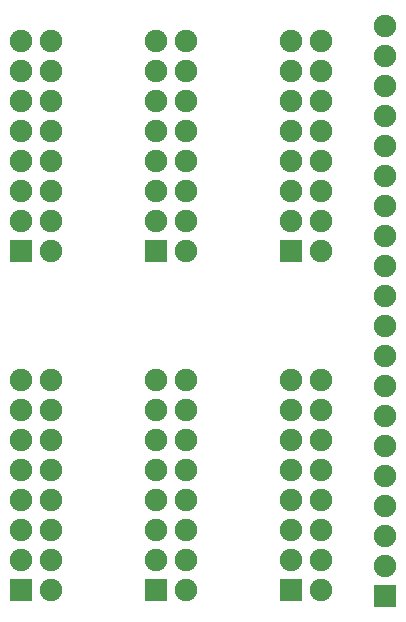
<source format=gts>
G04 Layer: TopSolderMaskLayer*
G04 EasyEDA v6.5.29, 2023-07-18 11:38:57*
G04 be89d959f12a418793a534216dc81482,5a6b42c53f6a479593ecc07194224c93,10*
G04 Gerber Generator version 0.2*
G04 Scale: 100 percent, Rotated: No, Reflected: No *
G04 Dimensions in millimeters *
G04 leading zeros omitted , absolute positions ,4 integer and 5 decimal *
%FSLAX45Y45*%
%MOMM*%

%AMMACRO1*1,1,$1,$2,$3*1,1,$1,$4,$5*1,1,$1,0-$2,0-$3*1,1,$1,0-$4,0-$5*20,1,$1,$2,$3,$4,$5,0*20,1,$1,$4,$5,0-$2,0-$3,0*20,1,$1,0-$2,0-$3,0-$4,0-$5,0*20,1,$1,0-$4,0-$5,$2,$3,0*4,1,4,$2,$3,$4,$5,0-$2,0-$3,0-$4,0-$5,$2,$3,0*%
%ADD10MACRO1,0.1016X0.9X-0.9X0.9X0.9*%
%ADD11C,1.9016*%
%ADD12MACRO1,0.1016X-0.9X-0.9X-0.9X0.9*%

%LPD*%
D10*
G01*
X774700Y9156700D03*
D11*
G01*
X1028700Y9156700D03*
G01*
X774700Y9410700D03*
G01*
X1028700Y9410700D03*
G01*
X774700Y9664700D03*
G01*
X1028700Y9664700D03*
G01*
X774700Y9918700D03*
G01*
X1028700Y9918700D03*
G01*
X774700Y10172700D03*
G01*
X1028700Y10172700D03*
G01*
X774700Y10426700D03*
G01*
X1028700Y10426700D03*
G01*
X774700Y10680700D03*
G01*
X1028700Y10680700D03*
G01*
X774700Y10934700D03*
G01*
X1028700Y10934700D03*
D10*
G01*
X774700Y6286500D03*
D11*
G01*
X1028700Y6286500D03*
G01*
X774700Y6540500D03*
G01*
X1028700Y6540500D03*
G01*
X774700Y6794500D03*
G01*
X1028700Y6794500D03*
G01*
X774700Y7048500D03*
G01*
X1028700Y7048500D03*
G01*
X774700Y7302500D03*
G01*
X1028700Y7302500D03*
G01*
X774700Y7556500D03*
G01*
X1028700Y7556500D03*
G01*
X774700Y7810500D03*
G01*
X1028700Y7810500D03*
G01*
X774700Y8064500D03*
G01*
X1028700Y8064500D03*
D10*
G01*
X1917700Y9156700D03*
D11*
G01*
X2171700Y9156700D03*
G01*
X1917700Y9410700D03*
G01*
X2171700Y9410700D03*
G01*
X1917700Y9664700D03*
G01*
X2171700Y9664700D03*
G01*
X1917700Y9918700D03*
G01*
X2171700Y9918700D03*
G01*
X1917700Y10172700D03*
G01*
X2171700Y10172700D03*
G01*
X1917700Y10426700D03*
G01*
X2171700Y10426700D03*
G01*
X1917700Y10680700D03*
G01*
X2171700Y10680700D03*
G01*
X1917700Y10934700D03*
G01*
X2171700Y10934700D03*
D10*
G01*
X3060700Y9156700D03*
D11*
G01*
X3314700Y9156700D03*
G01*
X3060700Y9410700D03*
G01*
X3314700Y9410700D03*
G01*
X3060700Y9664700D03*
G01*
X3314700Y9664700D03*
G01*
X3060700Y9918700D03*
G01*
X3314700Y9918700D03*
G01*
X3060700Y10172700D03*
G01*
X3314700Y10172700D03*
G01*
X3060700Y10426700D03*
G01*
X3314700Y10426700D03*
G01*
X3060700Y10680700D03*
G01*
X3314700Y10680700D03*
G01*
X3060700Y10934700D03*
G01*
X3314700Y10934700D03*
D10*
G01*
X1917700Y6286500D03*
D11*
G01*
X2171700Y6286500D03*
G01*
X1917700Y6540500D03*
G01*
X2171700Y6540500D03*
G01*
X1917700Y6794500D03*
G01*
X2171700Y6794500D03*
G01*
X1917700Y7048500D03*
G01*
X2171700Y7048500D03*
G01*
X1917700Y7302500D03*
G01*
X2171700Y7302500D03*
G01*
X1917700Y7556500D03*
G01*
X2171700Y7556500D03*
G01*
X1917700Y7810500D03*
G01*
X2171700Y7810500D03*
G01*
X1917700Y8064500D03*
G01*
X2171700Y8064500D03*
D10*
G01*
X3060700Y6286500D03*
D11*
G01*
X3314700Y6286500D03*
G01*
X3060700Y6540500D03*
G01*
X3314700Y6540500D03*
G01*
X3060700Y6794500D03*
G01*
X3314700Y6794500D03*
G01*
X3060700Y7048500D03*
G01*
X3314700Y7048500D03*
G01*
X3060700Y7302500D03*
G01*
X3314700Y7302500D03*
G01*
X3060700Y7556500D03*
G01*
X3314700Y7556500D03*
G01*
X3060700Y7810500D03*
G01*
X3314700Y7810500D03*
G01*
X3060700Y8064500D03*
G01*
X3314700Y8064500D03*
G01*
X3860774Y11061700D03*
D12*
G01*
X3860792Y6235700D03*
D11*
G01*
X3860774Y6489700D03*
G01*
X3860774Y6743700D03*
G01*
X3860774Y6997700D03*
G01*
X3860774Y7251700D03*
G01*
X3860774Y7505700D03*
G01*
X3860774Y7759700D03*
G01*
X3860774Y8013700D03*
G01*
X3860774Y8267700D03*
G01*
X3860774Y8521700D03*
G01*
X3860774Y8775700D03*
G01*
X3860774Y9029700D03*
G01*
X3860774Y9283700D03*
G01*
X3860774Y9537700D03*
G01*
X3860774Y9791700D03*
G01*
X3860774Y10045700D03*
G01*
X3860774Y10299700D03*
G01*
X3860774Y10553700D03*
G01*
X3860774Y10807700D03*
M02*

</source>
